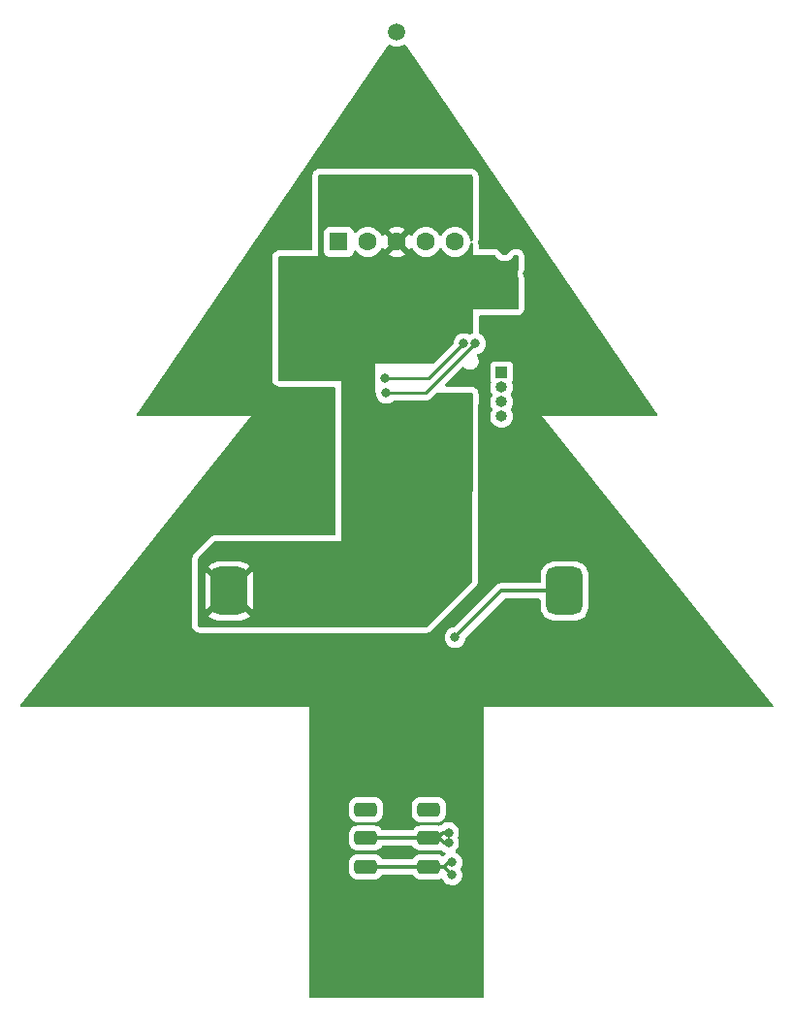
<source format=gbl>
%TF.GenerationSoftware,KiCad,Pcbnew,7.0.2-0*%
%TF.CreationDate,2024-07-21T16:06:54-04:00*%
%TF.ProjectId,Tree Ornanment 2024,54726565-204f-4726-9e61-6e6d656e7420,rev?*%
%TF.SameCoordinates,Original*%
%TF.FileFunction,Copper,L2,Bot*%
%TF.FilePolarity,Positive*%
%FSLAX46Y46*%
G04 Gerber Fmt 4.6, Leading zero omitted, Abs format (unit mm)*
G04 Created by KiCad (PCBNEW 7.0.2-0) date 2024-07-21 16:06:54*
%MOMM*%
%LPD*%
G01*
G04 APERTURE LIST*
G04 Aperture macros list*
%AMRoundRect*
0 Rectangle with rounded corners*
0 $1 Rounding radius*
0 $2 $3 $4 $5 $6 $7 $8 $9 X,Y pos of 4 corners*
0 Add a 4 corners polygon primitive as box body*
4,1,4,$2,$3,$4,$5,$6,$7,$8,$9,$2,$3,0*
0 Add four circle primitives for the rounded corners*
1,1,$1+$1,$2,$3*
1,1,$1+$1,$4,$5*
1,1,$1+$1,$6,$7*
1,1,$1+$1,$8,$9*
0 Add four rect primitives between the rounded corners*
20,1,$1+$1,$2,$3,$4,$5,0*
20,1,$1+$1,$4,$5,$6,$7,0*
20,1,$1+$1,$6,$7,$8,$9,0*
20,1,$1+$1,$8,$9,$2,$3,0*%
G04 Aperture macros list end*
%TA.AperFunction,ComponentPad*%
%ADD10C,1.500000*%
%TD*%
%TA.AperFunction,ComponentPad*%
%ADD11R,1.600000X1.600000*%
%TD*%
%TA.AperFunction,ComponentPad*%
%ADD12C,1.600000*%
%TD*%
%TA.AperFunction,ComponentPad*%
%ADD13O,1.000000X1.000000*%
%TD*%
%TA.AperFunction,ComponentPad*%
%ADD14R,1.000000X1.000000*%
%TD*%
%TA.AperFunction,SMDPad,CuDef*%
%ADD15RoundRect,0.300000X0.700000X-0.300000X0.700000X0.300000X-0.700000X0.300000X-0.700000X-0.300000X0*%
%TD*%
%TA.AperFunction,SMDPad,CuDef*%
%ADD16RoundRect,0.800000X0.800000X1.300000X-0.800000X1.300000X-0.800000X-1.300000X0.800000X-1.300000X0*%
%TD*%
%TA.AperFunction,ViaPad*%
%ADD17C,0.800000*%
%TD*%
%TA.AperFunction,Conductor*%
%ADD18C,0.350000*%
%TD*%
%TA.AperFunction,Conductor*%
%ADD19C,0.250000*%
%TD*%
G04 APERTURE END LIST*
D10*
%TO.P,REF\u002A\u002A,*%
%TO.N,*%
X139700000Y-65532000D03*
%TD*%
D11*
%TO.P,J1,1,Vpp*%
%TO.N,/MCLR*%
X134620000Y-83820000D03*
D12*
%TO.P,J1,2,Vdd*%
%TO.N,+3V0*%
X137160000Y-83820000D03*
%TO.P,J1,3,Vss*%
%TO.N,GND*%
X139700000Y-83820000D03*
%TO.P,J1,4,PGD*%
%TO.N,/DATA*%
X142240000Y-83820000D03*
%TO.P,J1,5,PGC*%
%TO.N,/CLK*%
X144780000Y-83820000D03*
%TD*%
D13*
%TO.P,J3,4,4*%
%TO.N,Net-(U1-RC2)*%
X148844000Y-99060000D03*
%TO.P,J3,3,3*%
%TO.N,Net-(U1-RC1)*%
X148844000Y-97790000D03*
%TO.P,J3,2,2*%
%TO.N,Net-(U1-RC0)*%
X148844000Y-96520000D03*
D14*
%TO.P,J3,1,1*%
%TO.N,Net-(U1-RA2)*%
X148844000Y-95250000D03*
%TD*%
D15*
%TO.P,SW1,1,NO*%
%TO.N,+3V0*%
X142490000Y-138390000D03*
%TO.P,SW1,2,C*%
%TO.N,/BAT+*%
X142490000Y-135890000D03*
%TO.P,SW1,3,NC*%
%TO.N,unconnected-(SW1-NC-Pad3)*%
X142490000Y-133390000D03*
%TO.P,SW1,4,NO*%
%TO.N,+3V0*%
X136990000Y-138390000D03*
%TO.P,SW1,5,C*%
%TO.N,/BAT+*%
X136990000Y-135890000D03*
%TO.P,SW1,6,NC*%
%TO.N,unconnected-(SW1-NC-Pad6)*%
X136990000Y-133390000D03*
%TD*%
D16*
%TO.P,B1,1,+*%
%TO.N,/BAT+*%
X154350000Y-114300000D03*
%TO.P,B1,2,-*%
%TO.N,GND*%
X125050000Y-114300000D03*
%TD*%
D17*
%TO.N,+3V0*%
X144518000Y-138000000D03*
X144518000Y-139100000D03*
%TO.N,GND*%
X130318000Y-90956000D03*
X138945378Y-89798751D03*
X141418000Y-100456000D03*
X137934500Y-89778500D03*
X137068000Y-110456000D03*
X142318000Y-112706000D03*
X130318000Y-93456000D03*
X146304000Y-86584002D03*
X149860000Y-87884000D03*
X137068000Y-112706000D03*
X141818000Y-89706000D03*
X149098000Y-88646000D03*
X130318000Y-94456000D03*
X140818000Y-90656000D03*
X130318000Y-91956000D03*
X142318000Y-110456000D03*
X143943000Y-100456000D03*
X139700000Y-81280000D03*
X138684000Y-80772000D03*
X146812000Y-85852000D03*
X140716000Y-80772000D03*
%TO.N,/PWM_OUT*%
X145542000Y-92710000D03*
X138684000Y-95758000D03*
%TO.N,/BAT+*%
X144780000Y-118364000D03*
X144218000Y-135400000D03*
X144218000Y-136300000D03*
%TO.N,/STAR_LED*%
X146558000Y-92710000D03*
X138775775Y-97028000D03*
%TO.N,/ARR_CATH*%
X167818000Y-122456000D03*
X167818000Y-121456000D03*
X149098000Y-84582000D03*
X108818000Y-122956000D03*
X151130000Y-86614000D03*
X124568000Y-94706000D03*
X124568000Y-93500000D03*
X152068000Y-94706000D03*
X110068000Y-122956000D03*
X152068000Y-93456000D03*
%TD*%
D18*
%TO.N,+3V0*%
X144218000Y-138800000D02*
X144518000Y-139100000D01*
X142490000Y-138390000D02*
X143828000Y-138390000D01*
X136990000Y-138390000D02*
X142490000Y-138390000D01*
X144218000Y-138000000D02*
X143828000Y-138390000D01*
X143828000Y-138410000D02*
X144218000Y-138800000D01*
D19*
X143828000Y-138390000D02*
X143828000Y-138410000D01*
D18*
X144518000Y-138000000D02*
X144218000Y-138000000D01*
D19*
%TO.N,/PWM_OUT*%
X138684000Y-95758000D02*
X142494000Y-95758000D01*
X142494000Y-95758000D02*
X145542000Y-92710000D01*
D18*
%TO.N,/BAT+*%
X136990000Y-135890000D02*
X142490000Y-135890000D01*
X143746000Y-135400000D02*
X143256000Y-135890000D01*
X143408000Y-135890000D02*
X142490000Y-135890000D01*
X148844000Y-114300000D02*
X154940000Y-114300000D01*
X144780000Y-118364000D02*
X148844000Y-114300000D01*
X143818000Y-136300000D02*
X143408000Y-135890000D01*
X144218000Y-135400000D02*
X143746000Y-135400000D01*
X144218000Y-136300000D02*
X143818000Y-136300000D01*
D19*
%TO.N,/STAR_LED*%
X146558000Y-92719305D02*
X142249305Y-97028000D01*
X146558000Y-92710000D02*
X146558000Y-92719305D01*
X142249305Y-97028000D02*
X138775775Y-97028000D01*
%TD*%
%TA.AperFunction,Conductor*%
%TO.N,GND*%
G36*
X146261039Y-77975685D02*
G01*
X146306794Y-78028489D01*
X146318000Y-78080000D01*
X146318000Y-83637781D01*
X146298315Y-83704820D01*
X146245511Y-83750575D01*
X146176353Y-83760519D01*
X146112797Y-83731494D01*
X146075023Y-83672716D01*
X146070472Y-83648588D01*
X146065635Y-83593310D01*
X146065635Y-83593308D01*
X146006739Y-83373504D01*
X145910568Y-83167266D01*
X145859636Y-83094526D01*
X145780046Y-82980859D01*
X145619140Y-82819953D01*
X145432735Y-82689432D01*
X145226497Y-82593261D01*
X145006689Y-82534364D01*
X144780000Y-82514531D01*
X144553310Y-82534364D01*
X144333502Y-82593261D01*
X144127264Y-82689432D01*
X143940859Y-82819953D01*
X143779953Y-82980859D01*
X143649433Y-83167263D01*
X143622382Y-83225275D01*
X143576209Y-83277714D01*
X143509015Y-83296865D01*
X143442134Y-83276649D01*
X143397618Y-83225275D01*
X143370568Y-83167266D01*
X143319636Y-83094527D01*
X143240046Y-82980859D01*
X143079140Y-82819953D01*
X142892735Y-82689432D01*
X142686497Y-82593261D01*
X142466689Y-82534364D01*
X142239999Y-82514531D01*
X142013310Y-82534364D01*
X141793502Y-82593261D01*
X141587264Y-82689432D01*
X141400859Y-82819953D01*
X141239953Y-82980859D01*
X141109430Y-83167267D01*
X141082105Y-83225866D01*
X141035932Y-83278305D01*
X140968739Y-83297456D01*
X140901858Y-83277239D01*
X140857342Y-83225865D01*
X140830133Y-83167515D01*
X140779025Y-83094526D01*
X140225929Y-83647622D01*
X140223116Y-83634085D01*
X140153558Y-83499844D01*
X140050362Y-83389348D01*
X139921181Y-83310791D01*
X139869996Y-83296449D01*
X140425472Y-82740974D01*
X140425471Y-82740972D01*
X140352484Y-82689866D01*
X140146326Y-82593733D01*
X139926602Y-82534858D01*
X139699999Y-82515033D01*
X139473397Y-82534858D01*
X139253672Y-82593733D01*
X139047516Y-82689865D01*
X138974527Y-82740973D01*
X138974526Y-82740973D01*
X139528432Y-83294878D01*
X139411542Y-83345651D01*
X139294261Y-83441066D01*
X139207072Y-83564585D01*
X139176645Y-83650197D01*
X138620973Y-83094526D01*
X138620973Y-83094527D01*
X138569865Y-83167517D01*
X138542657Y-83225865D01*
X138496484Y-83278304D01*
X138429290Y-83297456D01*
X138362409Y-83277240D01*
X138317893Y-83225865D01*
X138290567Y-83167264D01*
X138160046Y-82980859D01*
X137999140Y-82819953D01*
X137812735Y-82689432D01*
X137606497Y-82593261D01*
X137386689Y-82534364D01*
X137160000Y-82514531D01*
X136933310Y-82534364D01*
X136713502Y-82593261D01*
X136507264Y-82689432D01*
X136320859Y-82819953D01*
X136159951Y-82980861D01*
X136142725Y-83005463D01*
X136088148Y-83049088D01*
X136018649Y-83056280D01*
X135956295Y-83024757D01*
X135920882Y-82964527D01*
X135917861Y-82947592D01*
X135914091Y-82912517D01*
X135863796Y-82777669D01*
X135777546Y-82662454D01*
X135662331Y-82576204D01*
X135527483Y-82525909D01*
X135467873Y-82519500D01*
X135464550Y-82519500D01*
X133775439Y-82519500D01*
X133775420Y-82519500D01*
X133772128Y-82519501D01*
X133768848Y-82519853D01*
X133768840Y-82519854D01*
X133712515Y-82525909D01*
X133577669Y-82576204D01*
X133462454Y-82662454D01*
X133376204Y-82777668D01*
X133325910Y-82912515D01*
X133325909Y-82912517D01*
X133319500Y-82972127D01*
X133319500Y-82975448D01*
X133319500Y-82975449D01*
X133319500Y-84664560D01*
X133319500Y-84664578D01*
X133319501Y-84667872D01*
X133319853Y-84671152D01*
X133319854Y-84671159D01*
X133325909Y-84727483D01*
X133376204Y-84862331D01*
X133462454Y-84977546D01*
X133577669Y-85063796D01*
X133712517Y-85114091D01*
X133772127Y-85120500D01*
X135467872Y-85120499D01*
X135527483Y-85114091D01*
X135662331Y-85063796D01*
X135777546Y-84977546D01*
X135863796Y-84862331D01*
X135914091Y-84727483D01*
X135917862Y-84692404D01*
X135944598Y-84627856D01*
X136001989Y-84588006D01*
X136071814Y-84585511D01*
X136131904Y-84621162D01*
X136142726Y-84634537D01*
X136159953Y-84659140D01*
X136320859Y-84820046D01*
X136507264Y-84950567D01*
X136507265Y-84950567D01*
X136507266Y-84950568D01*
X136713504Y-85046739D01*
X136933308Y-85105635D01*
X137084435Y-85118856D01*
X137159999Y-85125468D01*
X137159999Y-85125467D01*
X137160000Y-85125468D01*
X137386692Y-85105635D01*
X137606496Y-85046739D01*
X137812734Y-84950568D01*
X137999139Y-84820047D01*
X138160047Y-84659139D01*
X138290568Y-84472734D01*
X138317893Y-84414134D01*
X138364065Y-84361695D01*
X138431258Y-84342543D01*
X138498139Y-84362758D01*
X138542657Y-84414133D01*
X138569867Y-84472485D01*
X138620972Y-84545471D01*
X138620974Y-84545472D01*
X139174070Y-83992375D01*
X139176884Y-84005915D01*
X139246442Y-84140156D01*
X139349638Y-84250652D01*
X139478819Y-84329209D01*
X139530002Y-84343549D01*
X138974526Y-84899025D01*
X138974526Y-84899026D01*
X139047515Y-84950133D01*
X139253673Y-85046266D01*
X139473397Y-85105141D01*
X139700000Y-85124966D01*
X139926602Y-85105141D01*
X140146326Y-85046266D01*
X140352480Y-84950134D01*
X140425472Y-84899025D01*
X139871568Y-84345121D01*
X139988458Y-84294349D01*
X140105739Y-84198934D01*
X140192928Y-84075415D01*
X140223354Y-83989801D01*
X140779025Y-84545472D01*
X140830136Y-84472479D01*
X140857342Y-84414135D01*
X140903514Y-84361695D01*
X140970707Y-84342543D01*
X141037589Y-84362758D01*
X141082106Y-84414133D01*
X141109433Y-84472736D01*
X141239953Y-84659140D01*
X141400859Y-84820046D01*
X141587264Y-84950567D01*
X141587265Y-84950567D01*
X141587266Y-84950568D01*
X141793504Y-85046739D01*
X142013308Y-85105635D01*
X142240000Y-85125468D01*
X142466692Y-85105635D01*
X142686496Y-85046739D01*
X142892734Y-84950568D01*
X143079139Y-84820047D01*
X143240047Y-84659139D01*
X143370568Y-84472734D01*
X143397618Y-84414724D01*
X143443790Y-84362285D01*
X143510983Y-84343133D01*
X143577865Y-84363348D01*
X143622382Y-84414725D01*
X143649431Y-84472733D01*
X143779953Y-84659140D01*
X143940859Y-84820046D01*
X144127264Y-84950567D01*
X144127265Y-84950567D01*
X144127266Y-84950568D01*
X144333504Y-85046739D01*
X144553308Y-85105635D01*
X144780000Y-85125468D01*
X145006692Y-85105635D01*
X145226496Y-85046739D01*
X145432734Y-84950568D01*
X145619139Y-84820047D01*
X145780047Y-84659139D01*
X145910568Y-84472734D01*
X146006739Y-84266496D01*
X146065635Y-84046692D01*
X146069526Y-84002218D01*
X146070472Y-83991411D01*
X146095924Y-83926342D01*
X146152515Y-83885363D01*
X146222277Y-83881485D01*
X146283061Y-83915939D01*
X146315569Y-83977786D01*
X146318000Y-84002218D01*
X146318000Y-84956000D01*
X148202529Y-84956000D01*
X148269568Y-84975685D01*
X148309916Y-85018000D01*
X148365466Y-85114215D01*
X148492129Y-85254889D01*
X148645269Y-85366151D01*
X148818197Y-85443144D01*
X149003352Y-85482500D01*
X149003354Y-85482500D01*
X149192648Y-85482500D01*
X149316084Y-85456262D01*
X149377803Y-85443144D01*
X149550730Y-85366151D01*
X149703871Y-85254888D01*
X149830533Y-85114216D01*
X149869491Y-85046739D01*
X149886084Y-85018000D01*
X149936651Y-84969784D01*
X149993471Y-84956000D01*
X150194000Y-84956000D01*
X150261039Y-84975685D01*
X150306794Y-85028489D01*
X150318000Y-85080000D01*
X150318000Y-86186199D01*
X150305491Y-86232880D01*
X150306848Y-86233321D01*
X150244326Y-86425742D01*
X150224540Y-86613999D01*
X150244326Y-86802257D01*
X150306849Y-86994680D01*
X150305491Y-86995121D01*
X150318000Y-87041799D01*
X150318000Y-89632000D01*
X150298315Y-89699039D01*
X150245511Y-89744794D01*
X150194000Y-89756000D01*
X146318000Y-89756000D01*
X146318000Y-91750608D01*
X146298315Y-91817647D01*
X146245511Y-91863402D01*
X146244435Y-91863888D01*
X146100435Y-91928001D01*
X146031185Y-91937285D01*
X145999564Y-91928001D01*
X145854473Y-91863402D01*
X145821803Y-91848856D01*
X145821802Y-91848855D01*
X145821798Y-91848854D01*
X145636648Y-91809500D01*
X145636646Y-91809500D01*
X145447354Y-91809500D01*
X145447352Y-91809500D01*
X145262197Y-91848855D01*
X145089269Y-91925848D01*
X144936129Y-92037110D01*
X144809466Y-92177783D01*
X144714820Y-92341715D01*
X144656326Y-92521742D01*
X144638679Y-92689649D01*
X144612094Y-92754263D01*
X144603039Y-92764368D01*
X142947728Y-94419681D01*
X142886405Y-94453166D01*
X142860047Y-94456000D01*
X137818000Y-94456000D01*
X137818000Y-95489554D01*
X137811931Y-95527871D01*
X137798326Y-95569740D01*
X137778540Y-95758000D01*
X137798326Y-95946257D01*
X137811931Y-95988127D01*
X137818000Y-96026445D01*
X137818000Y-96956000D01*
X137818001Y-96956000D01*
X137836953Y-96974953D01*
X137870438Y-97036276D01*
X137872593Y-97049672D01*
X137890101Y-97216257D01*
X137948595Y-97396284D01*
X138043241Y-97560216D01*
X138169904Y-97700889D01*
X138323044Y-97812151D01*
X138495972Y-97889144D01*
X138681127Y-97928500D01*
X138681129Y-97928500D01*
X138870423Y-97928500D01*
X138993859Y-97902262D01*
X139055578Y-97889144D01*
X139228505Y-97812151D01*
X139381646Y-97700888D01*
X139387373Y-97694527D01*
X139446859Y-97657879D01*
X139479522Y-97653500D01*
X142166561Y-97653500D01*
X142187067Y-97655764D01*
X142189970Y-97655672D01*
X142189972Y-97655673D01*
X142257177Y-97653561D01*
X142261073Y-97653500D01*
X142284753Y-97653500D01*
X142288655Y-97653500D01*
X142292618Y-97652999D01*
X142304267Y-97652080D01*
X142347932Y-97650709D01*
X142367164Y-97645120D01*
X142386223Y-97641174D01*
X142392501Y-97640381D01*
X142406097Y-97638664D01*
X142446712Y-97622582D01*
X142457749Y-97618803D01*
X142499695Y-97606618D01*
X142516934Y-97596422D01*
X142534407Y-97587862D01*
X142553037Y-97580486D01*
X142588369Y-97554814D01*
X142598135Y-97548400D01*
X142635723Y-97526171D01*
X142635722Y-97526171D01*
X142635725Y-97526170D01*
X142649890Y-97512004D01*
X142664678Y-97499373D01*
X142680892Y-97487594D01*
X142708743Y-97453926D01*
X142716584Y-97445309D01*
X143169575Y-96992318D01*
X143230898Y-96958834D01*
X143257256Y-96956000D01*
X146193895Y-96956000D01*
X146260934Y-96975685D01*
X146306689Y-97028489D01*
X146317894Y-97080103D01*
X146317175Y-97928500D01*
X146304043Y-113404826D01*
X146284302Y-113471849D01*
X146267878Y-113492248D01*
X142354345Y-117419527D01*
X142293080Y-117453120D01*
X142266510Y-117456000D01*
X122442000Y-117456000D01*
X122374961Y-117436315D01*
X122329206Y-117383511D01*
X122318000Y-117332000D01*
X122318000Y-116446015D01*
X123257537Y-116446015D01*
X123411180Y-116599658D01*
X123597519Y-116730134D01*
X123803673Y-116826266D01*
X124023397Y-116885141D01*
X124190535Y-116899763D01*
X124195946Y-116899999D01*
X125904052Y-116899999D01*
X125909464Y-116899762D01*
X126076601Y-116885141D01*
X126296326Y-116826266D01*
X126502480Y-116730134D01*
X126688818Y-116599658D01*
X126842462Y-116446015D01*
X126842462Y-116446014D01*
X125050000Y-114653553D01*
X123257537Y-116446015D01*
X122318000Y-116446015D01*
X122318000Y-115654052D01*
X122950000Y-115654052D01*
X122950237Y-115659464D01*
X122964858Y-115826601D01*
X123008177Y-115988268D01*
X124696447Y-114300000D01*
X125403553Y-114300000D01*
X127091821Y-115988269D01*
X127135141Y-115826600D01*
X127149763Y-115659464D01*
X127149999Y-115654053D01*
X127149999Y-112945947D01*
X127149762Y-112940535D01*
X127135141Y-112773397D01*
X127091821Y-112611729D01*
X125403553Y-114299999D01*
X125403553Y-114300000D01*
X124696447Y-114300000D01*
X124696447Y-114299999D01*
X123008176Y-112611729D01*
X122964858Y-112773397D01*
X122950236Y-112940535D01*
X122950000Y-112945946D01*
X122950000Y-115654052D01*
X122318000Y-115654052D01*
X122318000Y-112153984D01*
X123257537Y-112153984D01*
X125049999Y-113946446D01*
X126842462Y-112153984D01*
X126688819Y-112000341D01*
X126502480Y-111869865D01*
X126296326Y-111773733D01*
X126076602Y-111714858D01*
X125909464Y-111700236D01*
X125904053Y-111700000D01*
X124195947Y-111700000D01*
X124190535Y-111700237D01*
X124023398Y-111714858D01*
X123803673Y-111773733D01*
X123597519Y-111869865D01*
X123411183Y-112000338D01*
X123257537Y-112153984D01*
X122318000Y-112153984D01*
X122318000Y-111507362D01*
X122337685Y-111440323D01*
X122354319Y-111419681D01*
X123781681Y-109992319D01*
X123843004Y-109958834D01*
X123869362Y-109956000D01*
X134818000Y-109956000D01*
X134818000Y-95956000D01*
X129442000Y-95956000D01*
X129374961Y-95936315D01*
X129329206Y-95883511D01*
X129318000Y-95832000D01*
X129318000Y-85180000D01*
X129337685Y-85112961D01*
X129390489Y-85067206D01*
X129442000Y-85056000D01*
X132818000Y-85056000D01*
X132818000Y-78080000D01*
X132837685Y-78012961D01*
X132890489Y-77967206D01*
X132942000Y-77956000D01*
X146194000Y-77956000D01*
X146261039Y-77975685D01*
G37*
%TD.AperFunction*%
%TD*%
%TA.AperFunction,Conductor*%
%TO.N,/ARR_CATH*%
G36*
X140451172Y-66641478D02*
G01*
X140473165Y-66665976D01*
X162171223Y-98489794D01*
X162427827Y-98866146D01*
X162449329Y-98932625D01*
X162431476Y-99000175D01*
X162379937Y-99047351D01*
X162325375Y-99060000D01*
X152400000Y-99060000D01*
X172558830Y-124258538D01*
X172585338Y-124323184D01*
X172572688Y-124391899D01*
X172524896Y-124442866D01*
X172462002Y-124460000D01*
X147320000Y-124460000D01*
X147320000Y-149736000D01*
X147300315Y-149803039D01*
X147247511Y-149848794D01*
X147196000Y-149860000D01*
X132204000Y-149860000D01*
X132136961Y-149840315D01*
X132091206Y-149787511D01*
X132080000Y-149736000D01*
X132080000Y-138734954D01*
X135489500Y-138734954D01*
X135489889Y-138738410D01*
X135489890Y-138738420D01*
X135504631Y-138869250D01*
X135504632Y-138869255D01*
X135564211Y-139039522D01*
X135564212Y-139039523D01*
X135660185Y-139192264D01*
X135787735Y-139319814D01*
X135787737Y-139319815D01*
X135787738Y-139319816D01*
X135940478Y-139415789D01*
X136110745Y-139475368D01*
X136245046Y-139490500D01*
X136248530Y-139490500D01*
X137731470Y-139490500D01*
X137734954Y-139490500D01*
X137869255Y-139475368D01*
X138039522Y-139415789D01*
X138192262Y-139319816D01*
X138319816Y-139192262D01*
X138363003Y-139123528D01*
X138415340Y-139077237D01*
X138467999Y-139065500D01*
X141012001Y-139065500D01*
X141079040Y-139085185D01*
X141116995Y-139123528D01*
X141160184Y-139192263D01*
X141287735Y-139319814D01*
X141287737Y-139319815D01*
X141287738Y-139319816D01*
X141440478Y-139415789D01*
X141610745Y-139475368D01*
X141745046Y-139490500D01*
X141748530Y-139490500D01*
X143231470Y-139490500D01*
X143234954Y-139490500D01*
X143369255Y-139475368D01*
X143539522Y-139415789D01*
X143539524Y-139415787D01*
X143543204Y-139414500D01*
X143612983Y-139410938D01*
X143673610Y-139445666D01*
X143691546Y-139469541D01*
X143785466Y-139632215D01*
X143912129Y-139772889D01*
X144065269Y-139884151D01*
X144238197Y-139961144D01*
X144423352Y-140000500D01*
X144423354Y-140000500D01*
X144612648Y-140000500D01*
X144736083Y-139974262D01*
X144797803Y-139961144D01*
X144970730Y-139884151D01*
X145123871Y-139772888D01*
X145250533Y-139632216D01*
X145345179Y-139468284D01*
X145403674Y-139288256D01*
X145423460Y-139100000D01*
X145403674Y-138911744D01*
X145373332Y-138818363D01*
X145345179Y-138731715D01*
X145276061Y-138612000D01*
X145259588Y-138544100D01*
X145276061Y-138488000D01*
X145345179Y-138368284D01*
X145345178Y-138368284D01*
X145403674Y-138188256D01*
X145423460Y-138000000D01*
X145403674Y-137811744D01*
X145345179Y-137631716D01*
X145345179Y-137631715D01*
X145250533Y-137467783D01*
X145123870Y-137327110D01*
X144970734Y-137215850D01*
X144881642Y-137176184D01*
X144865651Y-137169064D01*
X144812415Y-137123814D01*
X144792094Y-137056965D01*
X144811139Y-136989741D01*
X144823930Y-136972821D01*
X144950533Y-136832216D01*
X144957694Y-136819814D01*
X145045179Y-136668284D01*
X145059721Y-136623528D01*
X145103674Y-136488256D01*
X145123460Y-136300000D01*
X145103674Y-136111744D01*
X145045179Y-135931716D01*
X145033795Y-135911999D01*
X145017323Y-135844101D01*
X145033796Y-135787999D01*
X145045179Y-135768284D01*
X145103674Y-135588256D01*
X145123460Y-135400000D01*
X145103674Y-135211744D01*
X145045179Y-135031716D01*
X145045179Y-135031715D01*
X144950533Y-134867783D01*
X144823870Y-134727110D01*
X144670730Y-134615848D01*
X144497802Y-134538855D01*
X144312648Y-134499500D01*
X144312646Y-134499500D01*
X144123354Y-134499500D01*
X144123352Y-134499500D01*
X143938197Y-134538855D01*
X143765269Y-134615848D01*
X143622053Y-134719901D01*
X143593134Y-134735527D01*
X143574384Y-134742637D01*
X143552776Y-134748661D01*
X143543561Y-134750350D01*
X143490782Y-134774102D01*
X143483868Y-134776965D01*
X143429426Y-134797613D01*
X143371570Y-134804892D01*
X143238421Y-134789890D01*
X143238409Y-134789889D01*
X143234954Y-134789500D01*
X141745046Y-134789500D01*
X141741590Y-134789889D01*
X141741579Y-134789890D01*
X141610749Y-134804631D01*
X141610746Y-134804631D01*
X141610745Y-134804632D01*
X141440478Y-134864211D01*
X141440476Y-134864211D01*
X141440476Y-134864212D01*
X141287735Y-134960185D01*
X141160184Y-135087736D01*
X141116995Y-135156472D01*
X141064660Y-135202763D01*
X141012001Y-135214500D01*
X138467999Y-135214500D01*
X138400960Y-135194815D01*
X138363005Y-135156472D01*
X138319815Y-135087736D01*
X138192264Y-134960185D01*
X138045208Y-134867784D01*
X138039522Y-134864211D01*
X137869255Y-134804632D01*
X137869251Y-134804631D01*
X137869250Y-134804631D01*
X137738420Y-134789890D01*
X137738410Y-134789889D01*
X137734954Y-134789500D01*
X136245046Y-134789500D01*
X136241590Y-134789889D01*
X136241579Y-134789890D01*
X136110749Y-134804631D01*
X136110746Y-134804631D01*
X136110745Y-134804632D01*
X135940478Y-134864211D01*
X135940476Y-134864211D01*
X135940476Y-134864212D01*
X135787735Y-134960185D01*
X135660185Y-135087735D01*
X135580534Y-135214500D01*
X135564211Y-135240478D01*
X135508393Y-135399999D01*
X135504631Y-135410749D01*
X135489890Y-135541579D01*
X135489889Y-135541590D01*
X135489500Y-135545046D01*
X135489500Y-136234954D01*
X135489889Y-136238410D01*
X135489890Y-136238420D01*
X135504631Y-136369250D01*
X135504632Y-136369255D01*
X135564211Y-136539522D01*
X135564212Y-136539523D01*
X135660185Y-136692264D01*
X135787735Y-136819814D01*
X135787737Y-136819815D01*
X135787738Y-136819816D01*
X135940478Y-136915789D01*
X136110745Y-136975368D01*
X136245046Y-136990500D01*
X136248530Y-136990500D01*
X137731470Y-136990500D01*
X137734954Y-136990500D01*
X137869255Y-136975368D01*
X138039522Y-136915789D01*
X138192262Y-136819816D01*
X138319816Y-136692262D01*
X138363003Y-136623528D01*
X138415340Y-136577237D01*
X138467999Y-136565500D01*
X141012001Y-136565500D01*
X141079040Y-136585185D01*
X141116995Y-136623528D01*
X141160184Y-136692263D01*
X141287735Y-136819814D01*
X141287737Y-136819815D01*
X141287738Y-136819816D01*
X141440478Y-136915789D01*
X141610745Y-136975368D01*
X141745046Y-136990500D01*
X141748530Y-136990500D01*
X143231470Y-136990500D01*
X143234954Y-136990500D01*
X143369255Y-136975368D01*
X143477751Y-136937402D01*
X143547527Y-136933840D01*
X143608155Y-136968569D01*
X143610855Y-136971473D01*
X143612130Y-136972889D01*
X143765267Y-137084150D01*
X143807371Y-137102896D01*
X143870347Y-137130934D01*
X143923583Y-137176184D01*
X143943905Y-137243033D01*
X143924860Y-137310257D01*
X143912060Y-137327187D01*
X143825956Y-137422814D01*
X143766470Y-137459462D01*
X143696613Y-137458131D01*
X143667835Y-137444835D01*
X143595314Y-137399267D01*
X143539522Y-137364211D01*
X143369255Y-137304632D01*
X143369251Y-137304631D01*
X143369250Y-137304631D01*
X143238420Y-137289890D01*
X143238410Y-137289889D01*
X143234954Y-137289500D01*
X141745046Y-137289500D01*
X141741590Y-137289889D01*
X141741579Y-137289890D01*
X141610749Y-137304631D01*
X141610746Y-137304631D01*
X141610745Y-137304632D01*
X141440478Y-137364211D01*
X141440476Y-137364211D01*
X141440476Y-137364212D01*
X141287735Y-137460185D01*
X141160184Y-137587736D01*
X141116995Y-137656472D01*
X141064660Y-137702763D01*
X141012001Y-137714500D01*
X138467999Y-137714500D01*
X138400960Y-137694815D01*
X138363005Y-137656472D01*
X138319815Y-137587736D01*
X138192264Y-137460185D01*
X138129867Y-137420978D01*
X138039522Y-137364211D01*
X137869255Y-137304632D01*
X137869251Y-137304631D01*
X137869250Y-137304631D01*
X137738420Y-137289890D01*
X137738410Y-137289889D01*
X137734954Y-137289500D01*
X136245046Y-137289500D01*
X136241590Y-137289889D01*
X136241579Y-137289890D01*
X136110749Y-137304631D01*
X136110746Y-137304631D01*
X136110745Y-137304632D01*
X135940478Y-137364211D01*
X135940476Y-137364211D01*
X135940476Y-137364212D01*
X135787735Y-137460185D01*
X135660185Y-137587735D01*
X135564212Y-137740476D01*
X135504631Y-137910749D01*
X135489890Y-138041579D01*
X135489889Y-138041590D01*
X135489500Y-138045046D01*
X135489500Y-138734954D01*
X132080000Y-138734954D01*
X132080000Y-133734954D01*
X135489500Y-133734954D01*
X135489889Y-133738410D01*
X135489890Y-133738420D01*
X135504631Y-133869250D01*
X135504632Y-133869255D01*
X135564211Y-134039522D01*
X135564212Y-134039523D01*
X135660185Y-134192264D01*
X135787735Y-134319814D01*
X135787737Y-134319815D01*
X135787738Y-134319816D01*
X135940478Y-134415789D01*
X136110745Y-134475368D01*
X136245046Y-134490500D01*
X136248530Y-134490500D01*
X137731470Y-134490500D01*
X137734954Y-134490500D01*
X137869255Y-134475368D01*
X138039522Y-134415789D01*
X138192262Y-134319816D01*
X138319816Y-134192262D01*
X138415789Y-134039522D01*
X138475368Y-133869255D01*
X138490500Y-133734954D01*
X140989500Y-133734954D01*
X140989889Y-133738410D01*
X140989890Y-133738420D01*
X141004631Y-133869250D01*
X141004632Y-133869255D01*
X141064211Y-134039522D01*
X141064212Y-134039523D01*
X141160185Y-134192264D01*
X141287735Y-134319814D01*
X141287737Y-134319815D01*
X141287738Y-134319816D01*
X141440478Y-134415789D01*
X141610745Y-134475368D01*
X141745046Y-134490500D01*
X141748530Y-134490500D01*
X143231470Y-134490500D01*
X143234954Y-134490500D01*
X143369255Y-134475368D01*
X143539522Y-134415789D01*
X143692262Y-134319816D01*
X143819816Y-134192262D01*
X143915789Y-134039522D01*
X143975368Y-133869255D01*
X143990500Y-133734954D01*
X143990500Y-133045046D01*
X143975368Y-132910745D01*
X143915789Y-132740478D01*
X143819816Y-132587738D01*
X143819815Y-132587737D01*
X143819814Y-132587735D01*
X143692264Y-132460185D01*
X143629867Y-132420979D01*
X143539522Y-132364211D01*
X143369255Y-132304632D01*
X143369251Y-132304631D01*
X143369250Y-132304631D01*
X143238420Y-132289890D01*
X143238410Y-132289889D01*
X143234954Y-132289500D01*
X141745046Y-132289500D01*
X141741590Y-132289889D01*
X141741579Y-132289890D01*
X141610749Y-132304631D01*
X141610746Y-132304631D01*
X141610745Y-132304632D01*
X141440478Y-132364211D01*
X141440476Y-132364211D01*
X141440476Y-132364212D01*
X141287735Y-132460185D01*
X141160185Y-132587735D01*
X141064212Y-132740476D01*
X141004631Y-132910749D01*
X140989890Y-133041579D01*
X140989889Y-133041590D01*
X140989500Y-133045046D01*
X140989500Y-133734954D01*
X138490500Y-133734954D01*
X138490500Y-133045046D01*
X138475368Y-132910745D01*
X138415789Y-132740478D01*
X138319816Y-132587738D01*
X138319815Y-132587737D01*
X138319814Y-132587735D01*
X138192264Y-132460185D01*
X138129867Y-132420978D01*
X138039522Y-132364211D01*
X137869255Y-132304632D01*
X137869251Y-132304631D01*
X137869250Y-132304631D01*
X137738420Y-132289890D01*
X137738410Y-132289889D01*
X137734954Y-132289500D01*
X136245046Y-132289500D01*
X136241590Y-132289889D01*
X136241579Y-132289890D01*
X136110749Y-132304631D01*
X136110746Y-132304631D01*
X136110745Y-132304632D01*
X135940478Y-132364211D01*
X135940476Y-132364211D01*
X135940476Y-132364212D01*
X135787735Y-132460185D01*
X135660185Y-132587735D01*
X135564212Y-132740476D01*
X135504631Y-132910749D01*
X135489890Y-133041579D01*
X135489889Y-133041590D01*
X135489500Y-133045046D01*
X135489500Y-133734954D01*
X132080000Y-133734954D01*
X132080000Y-124460000D01*
X106937998Y-124460000D01*
X106870959Y-124440315D01*
X106825204Y-124387511D01*
X106815260Y-124318353D01*
X106841170Y-124258538D01*
X111556800Y-118364000D01*
X143874540Y-118364000D01*
X143894326Y-118552257D01*
X143952820Y-118732284D01*
X144047466Y-118896216D01*
X144174129Y-119036889D01*
X144327269Y-119148151D01*
X144500197Y-119225144D01*
X144685352Y-119264500D01*
X144685354Y-119264500D01*
X144874648Y-119264500D01*
X144998084Y-119238262D01*
X145059803Y-119225144D01*
X145232730Y-119148151D01*
X145385871Y-119036888D01*
X145512533Y-118896216D01*
X145607179Y-118732284D01*
X145665674Y-118552256D01*
X145675016Y-118463362D01*
X145701599Y-118398749D01*
X145710647Y-118388652D01*
X149087481Y-115011819D01*
X149148805Y-114978334D01*
X149175163Y-114975500D01*
X152125500Y-114975500D01*
X152192539Y-114995185D01*
X152238294Y-115047989D01*
X152249500Y-115099500D01*
X152249500Y-115656784D01*
X152249735Y-115659479D01*
X152249736Y-115659484D01*
X152264364Y-115826689D01*
X152323261Y-116046497D01*
X152419432Y-116252735D01*
X152549953Y-116439140D01*
X152710859Y-116600046D01*
X152897264Y-116730567D01*
X152897265Y-116730567D01*
X152897266Y-116730568D01*
X153103504Y-116826739D01*
X153323308Y-116885635D01*
X153493216Y-116900500D01*
X153495925Y-116900500D01*
X155204075Y-116900500D01*
X155206784Y-116900500D01*
X155376692Y-116885635D01*
X155596496Y-116826739D01*
X155802734Y-116730568D01*
X155989139Y-116600047D01*
X156150047Y-116439139D01*
X156280568Y-116252734D01*
X156376739Y-116046496D01*
X156435635Y-115826692D01*
X156450500Y-115656784D01*
X156450500Y-112943216D01*
X156435635Y-112773308D01*
X156376739Y-112553504D01*
X156280568Y-112347266D01*
X156150047Y-112160861D01*
X156150046Y-112160859D01*
X155989140Y-111999953D01*
X155802735Y-111869432D01*
X155596497Y-111773261D01*
X155376689Y-111714364D01*
X155209484Y-111699736D01*
X155209479Y-111699735D01*
X155206784Y-111699500D01*
X153493216Y-111699500D01*
X153490521Y-111699735D01*
X153490515Y-111699736D01*
X153323310Y-111714364D01*
X153103502Y-111773261D01*
X152897264Y-111869432D01*
X152710859Y-111999953D01*
X152549953Y-112160859D01*
X152419432Y-112347264D01*
X152323261Y-112553502D01*
X152264364Y-112773310D01*
X152249736Y-112940515D01*
X152249500Y-112943216D01*
X152249500Y-112945925D01*
X152249500Y-113500500D01*
X152229815Y-113567539D01*
X152177011Y-113613294D01*
X152125500Y-113624500D01*
X148868151Y-113624500D01*
X148860665Y-113624274D01*
X148858385Y-113624136D01*
X148802912Y-113620780D01*
X148746011Y-113631207D01*
X148738612Y-113632333D01*
X148681157Y-113639310D01*
X148672383Y-113642638D01*
X148650776Y-113648661D01*
X148641562Y-113650349D01*
X148588782Y-113674102D01*
X148581868Y-113676965D01*
X148527775Y-113697481D01*
X148520058Y-113702807D01*
X148500524Y-113713824D01*
X148491973Y-113717673D01*
X148446417Y-113753363D01*
X148440387Y-113757800D01*
X148392770Y-113790668D01*
X148354406Y-113833972D01*
X148349273Y-113839424D01*
X144761518Y-117427181D01*
X144700195Y-117460666D01*
X144697140Y-117460994D01*
X144500197Y-117502855D01*
X144327269Y-117579848D01*
X144174129Y-117691110D01*
X144047466Y-117831783D01*
X143952820Y-117995715D01*
X143894326Y-118175742D01*
X143874540Y-118364000D01*
X111556800Y-118364000D01*
X117042111Y-111507362D01*
X121812499Y-111507362D01*
X121812500Y-114975500D01*
X121812500Y-116368831D01*
X121812500Y-117332000D01*
X121812854Y-117335294D01*
X121812855Y-117335309D01*
X121822733Y-117427181D01*
X121824053Y-117439456D01*
X121824757Y-117442693D01*
X121824759Y-117442704D01*
X121834553Y-117487722D01*
X121835259Y-117490967D01*
X121836305Y-117494110D01*
X121836309Y-117494124D01*
X121869385Y-117593503D01*
X121947173Y-117714541D01*
X121947175Y-117714543D01*
X121992930Y-117767347D01*
X122101664Y-117861567D01*
X122232541Y-117921338D01*
X122299580Y-117941023D01*
X122299584Y-117941024D01*
X122442000Y-117961500D01*
X142264821Y-117961500D01*
X142266510Y-117961500D01*
X142320984Y-117958556D01*
X142347554Y-117955676D01*
X142401399Y-117946878D01*
X142536119Y-117896361D01*
X142597384Y-117862768D01*
X142712414Y-117776342D01*
X146625947Y-113849063D01*
X146661619Y-113809263D01*
X146678043Y-113788864D01*
X146709326Y-113745501D01*
X146769206Y-113614673D01*
X146788947Y-113547650D01*
X146809543Y-113405255D01*
X146821714Y-99059999D01*
X147838659Y-99059999D01*
X147857976Y-99256133D01*
X147915185Y-99444726D01*
X147915186Y-99444727D01*
X148008090Y-99618538D01*
X148133117Y-99770883D01*
X148285462Y-99895910D01*
X148459273Y-99988814D01*
X148647868Y-100046024D01*
X148844000Y-100065341D01*
X149040132Y-100046024D01*
X149228727Y-99988814D01*
X149402538Y-99895910D01*
X149554883Y-99770883D01*
X149679910Y-99618538D01*
X149772814Y-99444727D01*
X149830024Y-99256132D01*
X149849341Y-99060000D01*
X149830024Y-98863868D01*
X149772814Y-98675273D01*
X149674153Y-98490690D01*
X149675828Y-98489794D01*
X149654406Y-98439362D01*
X149666193Y-98370494D01*
X149677970Y-98352168D01*
X149710359Y-98291571D01*
X149772814Y-98174727D01*
X149830024Y-97986132D01*
X149849341Y-97790000D01*
X149830024Y-97593868D01*
X149772814Y-97405273D01*
X149679910Y-97231462D01*
X149674153Y-97220691D01*
X149675827Y-97219796D01*
X149654405Y-97169354D01*
X149666196Y-97100487D01*
X149677972Y-97082164D01*
X149697562Y-97045512D01*
X149772814Y-96904727D01*
X149830024Y-96716132D01*
X149849341Y-96520000D01*
X149830024Y-96323868D01*
X149772814Y-96135273D01*
X149771677Y-96133146D01*
X149770603Y-96127988D01*
X149769268Y-96123586D01*
X149769661Y-96123466D01*
X149757435Y-96064746D01*
X149781768Y-96000382D01*
X149787796Y-95992331D01*
X149838091Y-95857483D01*
X149844500Y-95797873D01*
X149844499Y-94702128D01*
X149838091Y-94642517D01*
X149787796Y-94507669D01*
X149701546Y-94392454D01*
X149586331Y-94306204D01*
X149451483Y-94255909D01*
X149391873Y-94249500D01*
X149388550Y-94249500D01*
X148299439Y-94249500D01*
X148299420Y-94249500D01*
X148296128Y-94249501D01*
X148292848Y-94249853D01*
X148292840Y-94249854D01*
X148236515Y-94255909D01*
X148101669Y-94306204D01*
X147986454Y-94392454D01*
X147900204Y-94507668D01*
X147849910Y-94642515D01*
X147849909Y-94642517D01*
X147843500Y-94702127D01*
X147843500Y-94705448D01*
X147843500Y-94705449D01*
X147843500Y-95794560D01*
X147843500Y-95794578D01*
X147843501Y-95797872D01*
X147843853Y-95801152D01*
X147843854Y-95801159D01*
X147849909Y-95857484D01*
X147900204Y-95992332D01*
X147906232Y-96000384D01*
X147930648Y-96065849D01*
X147918381Y-96123481D01*
X147918731Y-96123587D01*
X147917484Y-96127696D01*
X147916326Y-96133139D01*
X147915186Y-96135270D01*
X147857976Y-96323866D01*
X147838659Y-96520000D01*
X147857976Y-96716133D01*
X147915185Y-96904726D01*
X148013847Y-97089309D01*
X148012171Y-97090204D01*
X148033594Y-97140637D01*
X148021807Y-97209505D01*
X148010026Y-97227839D01*
X147915185Y-97405273D01*
X147857976Y-97593866D01*
X147838659Y-97790000D01*
X147857976Y-97986133D01*
X147915185Y-98174726D01*
X148013847Y-98359309D01*
X148012172Y-98360203D01*
X148033595Y-98410646D01*
X148021804Y-98479513D01*
X148010025Y-98497840D01*
X147915185Y-98675273D01*
X147857976Y-98863866D01*
X147838659Y-99059999D01*
X146821714Y-99059999D01*
X146823394Y-97080532D01*
X146811887Y-96972861D01*
X146800682Y-96921247D01*
X146766508Y-96818496D01*
X146688720Y-96697457D01*
X146642965Y-96644653D01*
X146534231Y-96550433D01*
X146534230Y-96550432D01*
X146403355Y-96490662D01*
X146338008Y-96471474D01*
X146338006Y-96471473D01*
X146336315Y-96470977D01*
X146336311Y-96470976D01*
X146333185Y-96470526D01*
X146333172Y-96470524D01*
X146193895Y-96450500D01*
X144010757Y-96450500D01*
X143943718Y-96430815D01*
X143897963Y-96378011D01*
X143888019Y-96308853D01*
X143917044Y-96245297D01*
X143923076Y-96238819D01*
X144225750Y-95936145D01*
X145387955Y-94773938D01*
X145449276Y-94740455D01*
X145518967Y-94745439D01*
X145556833Y-94767906D01*
X145664922Y-94861567D01*
X145795799Y-94921338D01*
X145862838Y-94941023D01*
X145862842Y-94941024D01*
X146005258Y-94961500D01*
X146190676Y-94961500D01*
X146194000Y-94961500D01*
X146301456Y-94949947D01*
X146352967Y-94938741D01*
X146382165Y-94929022D01*
X146455503Y-94904614D01*
X146576541Y-94826826D01*
X146576543Y-94826825D01*
X146629347Y-94781070D01*
X146723567Y-94672336D01*
X146783338Y-94541459D01*
X146803023Y-94474420D01*
X146803024Y-94474416D01*
X146823500Y-94332000D01*
X146823500Y-94143257D01*
X146823178Y-94125211D01*
X146823176Y-94125092D01*
X146822854Y-94116140D01*
X146821898Y-94098359D01*
X146791313Y-93957759D01*
X146767821Y-93894774D01*
X146766896Y-93892293D01*
X146766894Y-93892288D01*
X146697938Y-93766008D01*
X146697936Y-93766006D01*
X146696925Y-93764154D01*
X146682072Y-93695881D01*
X146706488Y-93630416D01*
X146762420Y-93588544D01*
X146779961Y-93583438D01*
X146837803Y-93571144D01*
X146837804Y-93571143D01*
X146837806Y-93571143D01*
X147010730Y-93494151D01*
X147163870Y-93382889D01*
X147290533Y-93242216D01*
X147385179Y-93078284D01*
X147443674Y-92898256D01*
X147463460Y-92710000D01*
X147443674Y-92521744D01*
X147385179Y-92341716D01*
X147385179Y-92341715D01*
X147290533Y-92177783D01*
X147163870Y-92037110D01*
X147010732Y-91925849D01*
X146896729Y-91875092D01*
X146843491Y-91829841D01*
X146823170Y-91762992D01*
X146823500Y-91758049D01*
X146823500Y-90385500D01*
X146843185Y-90318461D01*
X146895989Y-90272706D01*
X146947500Y-90261500D01*
X150190676Y-90261500D01*
X150194000Y-90261500D01*
X150301456Y-90249947D01*
X150352967Y-90238741D01*
X150382165Y-90229022D01*
X150455503Y-90204614D01*
X150576541Y-90126826D01*
X150576543Y-90126825D01*
X150629347Y-90081070D01*
X150723567Y-89972336D01*
X150783338Y-89841459D01*
X150803023Y-89774420D01*
X150803024Y-89774416D01*
X150823500Y-89632000D01*
X150823500Y-87041799D01*
X150806271Y-86910950D01*
X150793762Y-86864272D01*
X150790443Y-86851888D01*
X150788036Y-86840952D01*
X150787607Y-86838470D01*
X150784278Y-86828224D01*
X150782557Y-86822419D01*
X150781803Y-86820610D01*
X150745529Y-86708970D01*
X150740141Y-86683620D01*
X150734186Y-86626958D01*
X150734186Y-86601039D01*
X150740141Y-86544379D01*
X150745528Y-86519032D01*
X150787607Y-86389531D01*
X150796873Y-86352117D01*
X150806273Y-86317040D01*
X150823500Y-86186199D01*
X150823500Y-85080000D01*
X150811947Y-84972544D01*
X150800741Y-84921033D01*
X150799690Y-84917875D01*
X150766614Y-84818496D01*
X150688826Y-84697458D01*
X150678183Y-84685176D01*
X150643070Y-84644653D01*
X150534336Y-84550433D01*
X150534335Y-84550432D01*
X150403460Y-84490662D01*
X150338113Y-84471474D01*
X150338111Y-84471473D01*
X150336420Y-84470977D01*
X150336416Y-84470976D01*
X150333290Y-84470526D01*
X150333277Y-84470524D01*
X150194000Y-84450500D01*
X149993471Y-84450500D01*
X149989802Y-84450938D01*
X149989796Y-84450939D01*
X149877956Y-84464310D01*
X149877945Y-84464311D01*
X149874298Y-84464748D01*
X149870722Y-84465615D01*
X149870719Y-84465616D01*
X149821067Y-84477661D01*
X149821061Y-84477662D01*
X149817478Y-84478532D01*
X149814036Y-84479815D01*
X149814019Y-84479821D01*
X149705012Y-84520479D01*
X149587816Y-84603935D01*
X149537248Y-84652151D01*
X149448308Y-84765249D01*
X149425837Y-84804167D01*
X149410603Y-84825134D01*
X149372485Y-84867469D01*
X149353219Y-84884817D01*
X149307126Y-84918305D01*
X149284677Y-84931265D01*
X149232639Y-84954434D01*
X149207986Y-84962445D01*
X149170790Y-84970352D01*
X149152263Y-84974290D01*
X149126482Y-84977000D01*
X149069516Y-84977000D01*
X149043737Y-84974290D01*
X149005635Y-84966191D01*
X148988010Y-84962445D01*
X148963357Y-84954434D01*
X148911315Y-84931263D01*
X148888867Y-84918303D01*
X148884245Y-84914945D01*
X148842778Y-84884817D01*
X148823519Y-84867476D01*
X148785394Y-84825134D01*
X148770160Y-84804167D01*
X148747691Y-84765249D01*
X148675760Y-84669162D01*
X148635412Y-84626847D01*
X148621063Y-84614999D01*
X148542866Y-84550433D01*
X148411989Y-84490662D01*
X148346642Y-84471474D01*
X148346640Y-84471473D01*
X148344949Y-84470977D01*
X148344945Y-84470976D01*
X148341819Y-84470526D01*
X148341806Y-84470524D01*
X148202529Y-84450500D01*
X146947500Y-84450500D01*
X146880461Y-84430815D01*
X146834706Y-84378011D01*
X146823500Y-84326500D01*
X146823500Y-84003746D01*
X146823500Y-84003745D01*
X146823500Y-84002218D01*
X146821016Y-83952168D01*
X146818585Y-83927736D01*
X146818358Y-83926227D01*
X146818356Y-83926204D01*
X146811159Y-83878186D01*
X146804402Y-83859152D01*
X146800525Y-83789390D01*
X146802281Y-83782728D01*
X146802294Y-83782681D01*
X146803023Y-83780201D01*
X146803024Y-83780197D01*
X146823500Y-83637781D01*
X146823500Y-78080000D01*
X146811947Y-77972544D01*
X146800741Y-77921033D01*
X146799690Y-77917875D01*
X146766614Y-77818496D01*
X146688826Y-77697458D01*
X146684004Y-77691894D01*
X146643070Y-77644653D01*
X146534336Y-77550433D01*
X146534335Y-77550432D01*
X146403460Y-77490662D01*
X146338113Y-77471474D01*
X146338111Y-77471473D01*
X146336420Y-77470977D01*
X146336416Y-77470976D01*
X146333290Y-77470526D01*
X146333277Y-77470524D01*
X146194000Y-77450500D01*
X132942000Y-77450500D01*
X132938706Y-77450854D01*
X132938690Y-77450855D01*
X132837854Y-77461697D01*
X132837851Y-77461697D01*
X132834544Y-77462053D01*
X132831309Y-77462756D01*
X132831295Y-77462759D01*
X132786277Y-77472553D01*
X132786272Y-77472554D01*
X132783033Y-77473259D01*
X132779893Y-77474303D01*
X132779875Y-77474309D01*
X132680496Y-77507385D01*
X132559458Y-77585173D01*
X132506652Y-77630931D01*
X132412432Y-77739664D01*
X132352662Y-77870539D01*
X132336883Y-77924277D01*
X132332977Y-77937580D01*
X132332976Y-77937584D01*
X132332527Y-77940706D01*
X132332524Y-77940722D01*
X132312500Y-78080000D01*
X132312500Y-84426500D01*
X132292815Y-84493539D01*
X132240011Y-84539294D01*
X132188500Y-84550500D01*
X129442000Y-84550500D01*
X129438706Y-84550854D01*
X129438690Y-84550855D01*
X129337854Y-84561697D01*
X129337851Y-84561697D01*
X129334544Y-84562053D01*
X129331309Y-84562756D01*
X129331295Y-84562759D01*
X129286277Y-84572553D01*
X129286272Y-84572554D01*
X129283033Y-84573259D01*
X129279899Y-84574301D01*
X129279881Y-84574307D01*
X129180495Y-84607387D01*
X129168652Y-84614999D01*
X129059455Y-84685176D01*
X129006655Y-84730928D01*
X128912432Y-84839664D01*
X128852662Y-84970539D01*
X128850765Y-84977000D01*
X128832977Y-85037580D01*
X128832976Y-85037584D01*
X128832527Y-85040706D01*
X128832524Y-85040722D01*
X128812499Y-85179999D01*
X128812500Y-85180000D01*
X128812500Y-95832000D01*
X128812854Y-95835294D01*
X128812855Y-95835309D01*
X128823697Y-95936145D01*
X128824053Y-95939456D01*
X128824757Y-95942693D01*
X128824759Y-95942704D01*
X128834553Y-95987722D01*
X128835259Y-95990967D01*
X128836305Y-95994110D01*
X128836309Y-95994124D01*
X128869385Y-96093503D01*
X128947173Y-96214541D01*
X128947175Y-96214543D01*
X128992930Y-96267347D01*
X129101664Y-96361567D01*
X129232541Y-96421338D01*
X129299580Y-96441023D01*
X129299584Y-96441024D01*
X129442000Y-96461500D01*
X134188500Y-96461500D01*
X134255539Y-96481185D01*
X134301294Y-96533989D01*
X134312500Y-96585500D01*
X134312500Y-109326500D01*
X134292815Y-109393539D01*
X134240011Y-109439294D01*
X134188500Y-109450500D01*
X123869362Y-109450500D01*
X123867726Y-109450587D01*
X123867714Y-109450588D01*
X123816995Y-109453307D01*
X123816983Y-109453307D01*
X123815322Y-109453397D01*
X123813675Y-109453574D01*
X123813651Y-109453576D01*
X123790643Y-109456050D01*
X123790625Y-109456052D01*
X123788964Y-109456231D01*
X123787329Y-109456495D01*
X123787321Y-109456497D01*
X123735548Y-109464886D01*
X123600746Y-109515166D01*
X123539419Y-109548653D01*
X123424236Y-109634879D01*
X121998061Y-111061054D01*
X121998042Y-111061073D01*
X121996877Y-111062239D01*
X121995786Y-111063452D01*
X121995759Y-111063482D01*
X121961817Y-111101268D01*
X121961787Y-111101302D01*
X121960712Y-111102500D01*
X121959686Y-111103772D01*
X121959670Y-111103792D01*
X121945121Y-111121846D01*
X121945097Y-111121877D01*
X121944078Y-111123142D01*
X121943129Y-111124457D01*
X121943113Y-111124479D01*
X121912431Y-111167028D01*
X121852662Y-111297901D01*
X121833474Y-111363248D01*
X121832977Y-111364942D01*
X121832976Y-111364946D01*
X121832527Y-111368068D01*
X121832524Y-111368084D01*
X121812499Y-111507362D01*
X117042111Y-111507362D01*
X127000000Y-99060000D01*
X117074625Y-99060000D01*
X117007586Y-99040315D01*
X116961831Y-98987511D01*
X116951887Y-98918353D01*
X116972173Y-98866146D01*
X117228777Y-98489794D01*
X138926834Y-66665976D01*
X138980861Y-66621678D01*
X139050264Y-66613621D01*
X139081686Y-66623450D01*
X139270670Y-66711575D01*
X139482023Y-66768207D01*
X139700000Y-66787277D01*
X139917977Y-66768207D01*
X140129330Y-66711575D01*
X140318313Y-66623450D01*
X140387388Y-66612959D01*
X140451172Y-66641478D01*
G37*
%TD.AperFunction*%
%TD*%
M02*

</source>
